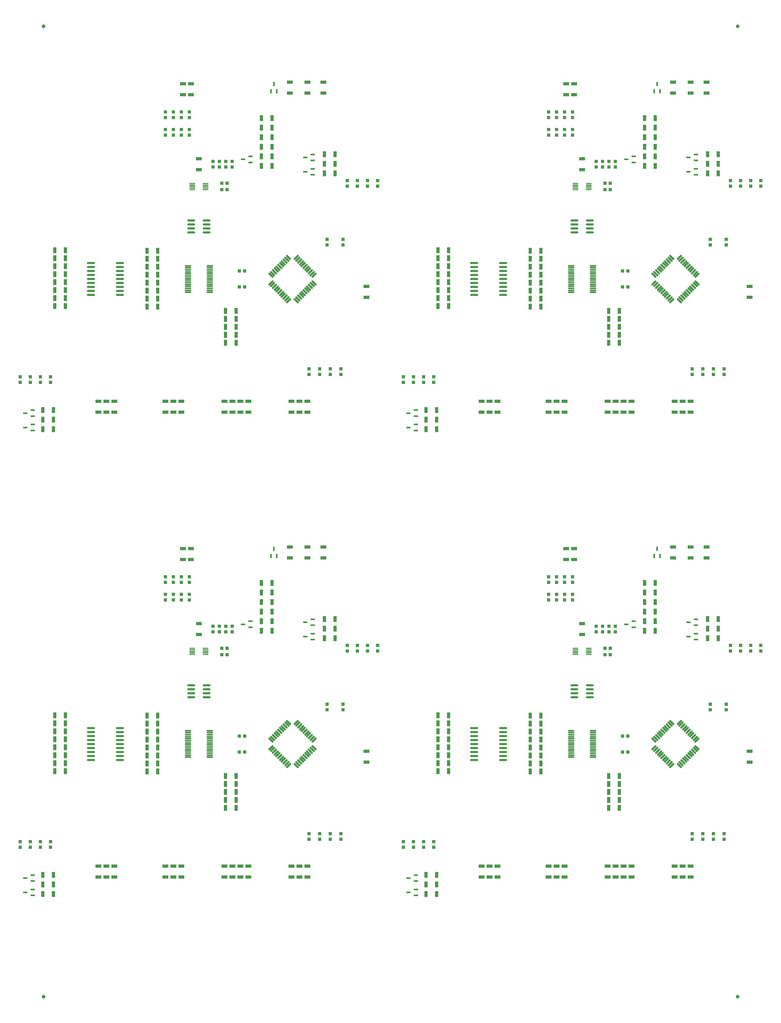
<source format=gbp>
%MOIN*%
%OFA0B0*%
%FSLAX44Y44*%
%IPPOS*%
%LPD*%
%AMOVALD44*
21,1,0.057086614173228349,0.023622047244094488,0,0,315*
1,1,0.023622047244094488,-0.020185039370078744,0.020185039370078744*
1,1,0.023622047244094488,0.020185039370078744,-0.020185039370078744*%
%AMCOMP579*
4,1,3,
-0.028534820894339022,0.011831511102530824,
0.01183151110253081,-0.028534820894339025,
0.028534820894339022,-0.011831511102530824,
-0.01183151110253081,0.028534820894339025,
0*
4,1,19,
-0.020185039370078744,0.031996062992125984,
-0.0165352323499022,0.031417990349942762,
-0.013242693870561343,0.029740358201278908,
-0.010629720538878576,0.027127384869596143,
-0.0089520883902147255,0.023834846390255286,
-0.0083740157480314981,0.020185039370078744,
-0.0089520883902147238,0.0165352323499022,
-0.010629720538878576,0.013242693870561343,
-0.013242693870561343,0.010629720538878576,
-0.016535232349902198,0.0089520883902147255,
-0.020185039370078744,0.0083740157480314981,
-0.02383484639025529,0.0089520883902147255,
-0.027127384869596143,0.010629720538878574,
-0.029740358201278908,0.013242693870561343,
-0.031417990349942762,0.016535232349902198,
-0.031996062992125984,0.020185039370078744,
-0.031417990349942762,0.023834846390255286,
-0.029740358201278908,0.027127384869596139,
-0.027127384869596143,0.029740358201278908,
-0.02383484639025529,0.031417990349942762,
0*
4,1,19,
0.020185039370078744,-0.0083740157480314981,
0.023834846390255286,-0.0089520883902147255,
0.027127384869596143,-0.010629720538878576,
0.029740358201278908,-0.013242693870561343,
0.031417990349942762,-0.016535232349902198,
0.031996062992125984,-0.020185039370078744,
0.031417990349942762,-0.023834846390255286,
0.029740358201278908,-0.027127384869596143,
0.027127384869596143,-0.029740358201278908,
0.02383484639025529,-0.031417990349942762,
0.020185039370078744,-0.031996062992125984,
0.016535232349902194,-0.031417990349942762,
0.013242693870561343,-0.029740358201278908,
0.010629720538878576,-0.027127384869596143,
0.0089520883902147255,-0.02383484639025529,
0.0083740157480314981,-0.020185039370078744,
0.0089520883902147238,-0.0165352323499022,
0.010629720538878574,-0.013242693870561349,
0.013242693870561342,-0.010629720538878576,
0.016535232349902194,-0.0089520883902147255,
0*%
%AMOVALD45*
21,1,0.057086614173228349,0.023622047244094488,0,0,45*
1,1,0.023622047244094488,-0.020185039370078744,-0.020185039370078744*
1,1,0.023622047244094488,0.020185039370078744,0.020185039370078744*%
%AMCOMP580*
4,1,3,
-0.011831511102530817,-0.028534820894339025,
0.028534820894339022,0.011831511102530815,
0.011831511102530817,0.028534820894339025,
-0.028534820894339022,-0.011831511102530815,
0*
4,1,19,
-0.020185039370078744,-0.0083740157480314981,
-0.0165352323499022,-0.0089520883902147255,
-0.013242693870561343,-0.010629720538878576,
-0.010629720538878576,-0.013242693870561343,
-0.0089520883902147255,-0.016535232349902198,
-0.0083740157480314981,-0.020185039370078744,
-0.0089520883902147238,-0.023834846390255286,
-0.010629720538878576,-0.027127384869596143,
-0.013242693870561343,-0.029740358201278908,
-0.016535232349902198,-0.031417990349942762,
-0.020185039370078744,-0.031996062992125984,
-0.02383484639025529,-0.031417990349942762,
-0.027127384869596143,-0.029740358201278908,
-0.029740358201278908,-0.027127384869596143,
-0.031417990349942762,-0.02383484639025529,
-0.031996062992125984,-0.020185039370078744,
-0.031417990349942762,-0.0165352323499022,
-0.029740358201278908,-0.013242693870561349,
-0.027127384869596143,-0.010629720538878576,
-0.02383484639025529,-0.0089520883902147255,
0*
4,1,19,
0.020185039370078744,0.031996062992125984,
0.023834846390255286,0.031417990349942762,
0.027127384869596143,0.029740358201278908,
0.029740358201278908,0.027127384869596143,
0.031417990349942762,0.023834846390255286,
0.031996062992125984,0.020185039370078744,
0.031417990349942762,0.0165352323499022,
0.029740358201278908,0.013242693870561343,
0.027127384869596143,0.010629720538878576,
0.02383484639025529,0.0089520883902147255,
0.020185039370078744,0.0083740157480314981,
0.016535232349902194,0.0089520883902147255,
0.013242693870561343,0.010629720538878574,
0.010629720538878576,0.013242693870561343,
0.0089520883902147255,0.016535232349902198,
0.0083740157480314981,0.020185039370078744,
0.0089520883902147238,0.023834846390255286,
0.010629720538878574,0.027127384869596139,
0.013242693870561342,0.029740358201278908,
0.016535232349902194,0.031417990349942762,
0*%
%AMOVALD440*
21,1,0.057086614173228349,0.023622047244094488,0,0,315*
1,1,0.023622047244094488,-0.020185039370078744,0.020185039370078744*
1,1,0.023622047244094488,0.020185039370078744,-0.020185039370078744*%
%AMCOMP5850*
4,1,3,
-0.028534820894339022,0.011831511102530824,
0.01183151110253081,-0.028534820894339025,
0.028534820894339022,-0.011831511102530824,
-0.01183151110253081,0.028534820894339025,
0*
4,1,19,
-0.020185039370078744,0.031996062992125984,
-0.0165352323499022,0.031417990349942762,
-0.013242693870561343,0.029740358201278908,
-0.010629720538878576,0.027127384869596143,
-0.0089520883902147255,0.023834846390255286,
-0.0083740157480314981,0.020185039370078744,
-0.0089520883902147238,0.0165352323499022,
-0.010629720538878576,0.013242693870561343,
-0.013242693870561343,0.010629720538878576,
-0.016535232349902198,0.0089520883902147255,
-0.020185039370078744,0.0083740157480314981,
-0.02383484639025529,0.0089520883902147255,
-0.027127384869596143,0.010629720538878574,
-0.029740358201278908,0.013242693870561343,
-0.031417990349942762,0.016535232349902198,
-0.031996062992125984,0.020185039370078744,
-0.031417990349942762,0.023834846390255286,
-0.029740358201278908,0.027127384869596139,
-0.027127384869596143,0.029740358201278908,
-0.02383484639025529,0.031417990349942762,
0*
4,1,19,
0.020185039370078744,-0.0083740157480314981,
0.023834846390255286,-0.0089520883902147255,
0.027127384869596143,-0.010629720538878576,
0.029740358201278908,-0.013242693870561343,
0.031417990349942762,-0.016535232349902198,
0.031996062992125984,-0.020185039370078744,
0.031417990349942762,-0.023834846390255286,
0.029740358201278908,-0.027127384869596143,
0.027127384869596143,-0.029740358201278908,
0.02383484639025529,-0.031417990349942762,
0.020185039370078744,-0.031996062992125984,
0.016535232349902194,-0.031417990349942762,
0.013242693870561343,-0.029740358201278908,
0.010629720538878576,-0.027127384869596143,
0.0089520883902147255,-0.02383484639025529,
0.0083740157480314981,-0.020185039370078744,
0.0089520883902147238,-0.0165352323499022,
0.010629720538878574,-0.013242693870561349,
0.013242693870561342,-0.010629720538878576,
0.016535232349902194,-0.0089520883902147255,
0*%
%AMOVALD450*
21,1,0.057086614173228349,0.023622047244094488,0,0,45*
1,1,0.023622047244094488,-0.020185039370078744,-0.020185039370078744*
1,1,0.023622047244094488,0.020185039370078744,0.020185039370078744*%
%AMCOMP5860*
4,1,3,
-0.011831511102530817,-0.028534820894339025,
0.028534820894339022,0.011831511102530815,
0.011831511102530817,0.028534820894339025,
-0.028534820894339022,-0.011831511102530815,
0*
4,1,19,
-0.020185039370078744,-0.0083740157480314981,
-0.0165352323499022,-0.0089520883902147255,
-0.013242693870561343,-0.010629720538878576,
-0.010629720538878576,-0.013242693870561343,
-0.0089520883902147255,-0.016535232349902198,
-0.0083740157480314981,-0.020185039370078744,
-0.0089520883902147238,-0.023834846390255286,
-0.010629720538878576,-0.027127384869596143,
-0.013242693870561343,-0.029740358201278908,
-0.016535232349902198,-0.031417990349942762,
-0.020185039370078744,-0.031996062992125984,
-0.02383484639025529,-0.031417990349942762,
-0.027127384869596143,-0.029740358201278908,
-0.029740358201278908,-0.027127384869596143,
-0.031417990349942762,-0.02383484639025529,
-0.031996062992125984,-0.020185039370078744,
-0.031417990349942762,-0.0165352323499022,
-0.029740358201278908,-0.013242693870561349,
-0.027127384869596143,-0.010629720538878576,
-0.02383484639025529,-0.0089520883902147255,
0*
4,1,19,
0.020185039370078744,0.031996062992125984,
0.023834846390255286,0.031417990349942762,
0.027127384869596143,0.029740358201278908,
0.029740358201278908,0.027127384869596143,
0.031417990349942762,0.023834846390255286,
0.031996062992125984,0.020185039370078744,
0.031417990349942762,0.0165352323499022,
0.029740358201278908,0.013242693870561343,
0.027127384869596143,0.010629720538878576,
0.02383484639025529,0.0089520883902147255,
0.020185039370078744,0.0083740157480314981,
0.016535232349902194,0.0089520883902147255,
0.013242693870561343,0.010629720538878574,
0.010629720538878576,0.013242693870561343,
0.0089520883902147255,0.016535232349902198,
0.0083740157480314981,0.020185039370078744,
0.0089520883902147238,0.023834846390255286,
0.010629720538878574,0.027127384869596139,
0.013242693870561342,0.029740358201278908,
0.016535232349902194,0.031417990349942762,
0*%
%AMOVALD441*
21,1,0.057086614173228349,0.023622047244094488,0,0,315*
1,1,0.023622047244094488,-0.020185039370078744,0.020185039370078744*
1,1,0.023622047244094488,0.020185039370078744,-0.020185039370078744*%
%AMCOMP5910*
4,1,3,
-0.028534820894339022,0.011831511102530824,
0.01183151110253081,-0.028534820894339025,
0.028534820894339022,-0.011831511102530824,
-0.01183151110253081,0.028534820894339025,
0*
4,1,19,
-0.020185039370078744,0.031996062992125984,
-0.0165352323499022,0.031417990349942762,
-0.013242693870561343,0.029740358201278908,
-0.010629720538878576,0.027127384869596143,
-0.0089520883902147255,0.023834846390255286,
-0.0083740157480314981,0.020185039370078744,
-0.0089520883902147238,0.0165352323499022,
-0.010629720538878576,0.013242693870561343,
-0.013242693870561343,0.010629720538878576,
-0.016535232349902198,0.0089520883902147255,
-0.020185039370078744,0.0083740157480314981,
-0.02383484639025529,0.0089520883902147255,
-0.027127384869596143,0.010629720538878574,
-0.029740358201278908,0.013242693870561343,
-0.031417990349942762,0.016535232349902198,
-0.031996062992125984,0.020185039370078744,
-0.031417990349942762,0.023834846390255286,
-0.029740358201278908,0.027127384869596139,
-0.027127384869596143,0.029740358201278908,
-0.02383484639025529,0.031417990349942762,
0*
4,1,19,
0.020185039370078744,-0.0083740157480314981,
0.023834846390255286,-0.0089520883902147255,
0.027127384869596143,-0.010629720538878576,
0.029740358201278908,-0.013242693870561343,
0.031417990349942762,-0.016535232349902198,
0.031996062992125984,-0.020185039370078744,
0.031417990349942762,-0.023834846390255286,
0.029740358201278908,-0.027127384869596143,
0.027127384869596143,-0.029740358201278908,
0.02383484639025529,-0.031417990349942762,
0.020185039370078744,-0.031996062992125984,
0.016535232349902194,-0.031417990349942762,
0.013242693870561343,-0.029740358201278908,
0.010629720538878576,-0.027127384869596143,
0.0089520883902147255,-0.02383484639025529,
0.0083740157480314981,-0.020185039370078744,
0.0089520883902147238,-0.0165352323499022,
0.010629720538878574,-0.013242693870561349,
0.013242693870561342,-0.010629720538878576,
0.016535232349902194,-0.0089520883902147255,
0*%
%AMOVALD451*
21,1,0.057086614173228349,0.023622047244094488,0,0,45*
1,1,0.023622047244094488,-0.020185039370078744,-0.020185039370078744*
1,1,0.023622047244094488,0.020185039370078744,0.020185039370078744*%
%AMCOMP5920*
4,1,3,
-0.011831511102530817,-0.028534820894339025,
0.028534820894339022,0.011831511102530815,
0.011831511102530817,0.028534820894339025,
-0.028534820894339022,-0.011831511102530815,
0*
4,1,19,
-0.020185039370078744,-0.0083740157480314981,
-0.0165352323499022,-0.0089520883902147255,
-0.013242693870561343,-0.010629720538878576,
-0.010629720538878576,-0.013242693870561343,
-0.0089520883902147255,-0.016535232349902198,
-0.0083740157480314981,-0.020185039370078744,
-0.0089520883902147238,-0.023834846390255286,
-0.010629720538878576,-0.027127384869596143,
-0.013242693870561343,-0.029740358201278908,
-0.016535232349902198,-0.031417990349942762,
-0.020185039370078744,-0.031996062992125984,
-0.02383484639025529,-0.031417990349942762,
-0.027127384869596143,-0.029740358201278908,
-0.029740358201278908,-0.027127384869596143,
-0.031417990349942762,-0.02383484639025529,
-0.031996062992125984,-0.020185039370078744,
-0.031417990349942762,-0.0165352323499022,
-0.029740358201278908,-0.013242693870561349,
-0.027127384869596143,-0.010629720538878576,
-0.02383484639025529,-0.0089520883902147255,
0*
4,1,19,
0.020185039370078744,0.031996062992125984,
0.023834846390255286,0.031417990349942762,
0.027127384869596143,0.029740358201278908,
0.029740358201278908,0.027127384869596143,
0.031417990349942762,0.023834846390255286,
0.031996062992125984,0.020185039370078744,
0.031417990349942762,0.0165352323499022,
0.029740358201278908,0.013242693870561343,
0.027127384869596143,0.010629720538878576,
0.02383484639025529,0.0089520883902147255,
0.020185039370078744,0.0083740157480314981,
0.016535232349902194,0.0089520883902147255,
0.013242693870561343,0.010629720538878574,
0.010629720538878576,0.013242693870561343,
0.0089520883902147255,0.016535232349902198,
0.0083740157480314981,0.020185039370078744,
0.0089520883902147238,0.023834846390255286,
0.010629720538878574,0.027127384869596139,
0.013242693870561342,0.029740358201278908,
0.016535232349902194,0.031417990349942762,
0*%
%AMOVALD440*
21,1,0.057086614173228349,0.023622047244094488,0,0,315*
1,1,0.023622047244094488,-0.020185039370078744,0.020185039370078744*
1,1,0.023622047244094488,0.020185039370078744,-0.020185039370078744*%
%AMCOMP5970*
4,1,3,
-0.028534820894339022,0.011831511102530824,
0.01183151110253081,-0.028534820894339025,
0.028534820894339022,-0.011831511102530824,
-0.01183151110253081,0.028534820894339025,
0*
4,1,19,
-0.020185039370078744,0.031996062992125984,
-0.0165352323499022,0.031417990349942762,
-0.013242693870561343,0.029740358201278908,
-0.010629720538878576,0.027127384869596143,
-0.0089520883902147255,0.023834846390255286,
-0.0083740157480314981,0.020185039370078744,
-0.0089520883902147238,0.0165352323499022,
-0.010629720538878576,0.013242693870561343,
-0.013242693870561343,0.010629720538878576,
-0.016535232349902198,0.0089520883902147255,
-0.020185039370078744,0.0083740157480314981,
-0.02383484639025529,0.0089520883902147255,
-0.027127384869596143,0.010629720538878574,
-0.029740358201278908,0.013242693870561343,
-0.031417990349942762,0.016535232349902198,
-0.031996062992125984,0.020185039370078744,
-0.031417990349942762,0.023834846390255286,
-0.029740358201278908,0.027127384869596139,
-0.027127384869596143,0.029740358201278908,
-0.02383484639025529,0.031417990349942762,
0*
4,1,19,
0.020185039370078744,-0.0083740157480314981,
0.023834846390255286,-0.0089520883902147255,
0.027127384869596143,-0.010629720538878576,
0.029740358201278908,-0.013242693870561343,
0.031417990349942762,-0.016535232349902198,
0.031996062992125984,-0.020185039370078744,
0.031417990349942762,-0.023834846390255286,
0.029740358201278908,-0.027127384869596143,
0.027127384869596143,-0.029740358201278908,
0.02383484639025529,-0.031417990349942762,
0.020185039370078744,-0.031996062992125984,
0.016535232349902194,-0.031417990349942762,
0.013242693870561343,-0.029740358201278908,
0.010629720538878576,-0.027127384869596143,
0.0089520883902147255,-0.02383484639025529,
0.0083740157480314981,-0.020185039370078744,
0.0089520883902147238,-0.0165352323499022,
0.010629720538878574,-0.013242693870561349,
0.013242693870561342,-0.010629720538878576,
0.016535232349902194,-0.0089520883902147255,
0*%
%AMOVALD450*
21,1,0.057086614173228349,0.023622047244094488,0,0,45*
1,1,0.023622047244094488,-0.020185039370078744,-0.020185039370078744*
1,1,0.023622047244094488,0.020185039370078744,0.020185039370078744*%
%AMCOMP5980*
4,1,3,
-0.011831511102530817,-0.028534820894339025,
0.028534820894339022,0.011831511102530815,
0.011831511102530817,0.028534820894339025,
-0.028534820894339022,-0.011831511102530815,
0*
4,1,19,
-0.020185039370078744,-0.0083740157480314981,
-0.0165352323499022,-0.0089520883902147255,
-0.013242693870561343,-0.010629720538878576,
-0.010629720538878576,-0.013242693870561343,
-0.0089520883902147255,-0.016535232349902198,
-0.0083740157480314981,-0.020185039370078744,
-0.0089520883902147238,-0.023834846390255286,
-0.010629720538878576,-0.027127384869596143,
-0.013242693870561343,-0.029740358201278908,
-0.016535232349902198,-0.031417990349942762,
-0.020185039370078744,-0.031996062992125984,
-0.02383484639025529,-0.031417990349942762,
-0.027127384869596143,-0.029740358201278908,
-0.029740358201278908,-0.027127384869596143,
-0.031417990349942762,-0.02383484639025529,
-0.031996062992125984,-0.020185039370078744,
-0.031417990349942762,-0.0165352323499022,
-0.029740358201278908,-0.013242693870561349,
-0.027127384869596143,-0.010629720538878576,
-0.02383484639025529,-0.0089520883902147255,
0*
4,1,19,
0.020185039370078744,0.031996062992125984,
0.023834846390255286,0.031417990349942762,
0.027127384869596143,0.029740358201278908,
0.029740358201278908,0.027127384869596143,
0.031417990349942762,0.023834846390255286,
0.031996062992125984,0.020185039370078744,
0.031417990349942762,0.0165352323499022,
0.029740358201278908,0.013242693870561343,
0.027127384869596143,0.010629720538878576,
0.02383484639025529,0.0089520883902147255,
0.020185039370078744,0.0083740157480314981,
0.016535232349902194,0.0089520883902147255,
0.013242693870561343,0.010629720538878574,
0.010629720538878576,0.013242693870561343,
0.0089520883902147255,0.016535232349902198,
0.0083740157480314981,0.020185039370078744,
0.0089520883902147238,0.023834846390255286,
0.010629720538878574,0.027127384869596139,
0.013242693870561342,0.029740358201278908,
0.016535232349902194,0.031417990349942762,
0*%
%ADD43O,0.10236220472440946X0.027559055118110236*%
%AMCOMP609*
4,1,3,
-0.028534820894339022,0.011831511102530824,
0.01183151110253081,-0.028534820894339025,
0.028534820894339022,-0.011831511102530824,
-0.01183151110253081,0.028534820894339025,
0*
4,1,19,
-0.020185039370078744,0.031996062992125984,
-0.0165352323499022,0.031417990349942762,
-0.013242693870561343,0.029740358201278908,
-0.010629720538878576,0.027127384869596143,
-0.0089520883902147255,0.023834846390255286,
-0.0083740157480314981,0.020185039370078744,
-0.0089520883902147238,0.0165352323499022,
-0.010629720538878576,0.013242693870561343,
-0.013242693870561343,0.010629720538878576,
-0.016535232349902198,0.0089520883902147255,
-0.020185039370078744,0.0083740157480314981,
-0.02383484639025529,0.0089520883902147255,
-0.027127384869596143,0.010629720538878574,
-0.029740358201278908,0.013242693870561343,
-0.031417990349942762,0.016535232349902198,
-0.031996062992125984,0.020185039370078744,
-0.031417990349942762,0.023834846390255286,
-0.029740358201278908,0.027127384869596139,
-0.027127384869596143,0.029740358201278908,
-0.02383484639025529,0.031417990349942762,
0*
4,1,19,
0.020185039370078744,-0.0083740157480314981,
0.023834846390255286,-0.0089520883902147255,
0.027127384869596143,-0.010629720538878576,
0.029740358201278908,-0.013242693870561343,
0.031417990349942762,-0.016535232349902198,
0.031996062992125984,-0.020185039370078744,
0.031417990349942762,-0.023834846390255286,
0.029740358201278908,-0.027127384869596143,
0.027127384869596143,-0.029740358201278908,
0.02383484639025529,-0.031417990349942762,
0.020185039370078744,-0.031996062992125984,
0.016535232349902194,-0.031417990349942762,
0.013242693870561343,-0.029740358201278908,
0.010629720538878576,-0.027127384869596143,
0.0089520883902147255,-0.02383484639025529,
0.0083740157480314981,-0.020185039370078744,
0.0089520883902147238,-0.0165352323499022,
0.010629720538878574,-0.013242693870561349,
0.013242693870561342,-0.010629720538878576,
0.016535232349902194,-0.0089520883902147255,
0*%
%ADD44COMP609*%
%AMCOMP610*
4,1,3,
-0.011831511102530817,-0.028534820894339025,
0.028534820894339022,0.011831511102530815,
0.011831511102530817,0.028534820894339025,
-0.028534820894339022,-0.011831511102530815,
0*
4,1,19,
-0.020185039370078744,-0.0083740157480314981,
-0.0165352323499022,-0.0089520883902147255,
-0.013242693870561343,-0.010629720538878576,
-0.010629720538878576,-0.013242693870561343,
-0.0089520883902147255,-0.016535232349902198,
-0.0083740157480314981,-0.020185039370078744,
-0.0089520883902147238,-0.023834846390255286,
-0.010629720538878576,-0.027127384869596143,
-0.013242693870561343,-0.029740358201278908,
-0.016535232349902198,-0.031417990349942762,
-0.020185039370078744,-0.031996062992125984,
-0.02383484639025529,-0.031417990349942762,
-0.027127384869596143,-0.029740358201278908,
-0.029740358201278908,-0.027127384869596143,
-0.031417990349942762,-0.02383484639025529,
-0.031996062992125984,-0.020185039370078744,
-0.031417990349942762,-0.0165352323499022,
-0.029740358201278908,-0.013242693870561349,
-0.027127384869596143,-0.010629720538878576,
-0.02383484639025529,-0.0089520883902147255,
0*
4,1,19,
0.020185039370078744,0.031996062992125984,
0.023834846390255286,0.031417990349942762,
0.027127384869596143,0.029740358201278908,
0.029740358201278908,0.027127384869596143,
0.031417990349942762,0.023834846390255286,
0.031996062992125984,0.020185039370078744,
0.031417990349942762,0.0165352323499022,
0.029740358201278908,0.013242693870561343,
0.027127384869596143,0.010629720538878576,
0.02383484639025529,0.0089520883902147255,
0.020185039370078744,0.0083740157480314981,
0.016535232349902194,0.0089520883902147255,
0.013242693870561343,0.010629720538878574,
0.010629720538878576,0.013242693870561343,
0.0089520883902147255,0.016535232349902198,
0.0083740157480314981,0.020185039370078744,
0.0089520883902147238,0.023834846390255286,
0.010629720538878574,0.027127384869596139,
0.013242693870561342,0.029740358201278908,
0.016535232349902194,0.031417990349942762,
0*%
%ADD45COMP610*%
%ADD46O,0.07874015748031496X0.011811023622047244*%
%ADD47O,0.0984251968503937X0.027559055118110236*%
%ADD48O,0.082677165354330714X0.017716535433070866*%
%ADD49R,0.057086614173228349X0.023622047244094488*%
%ADD50R,0.041338582677165357X0.042519685039370085*%
%ADD51R,0.023622047244094488X0.057086614173228349*%
%ADD52R,0.03937007874015748X0.074803149606299218*%
%ADD53R,0.074803149606299218X0.03937007874015748*%
%ADD54R,0.042519685039370085X0.041338582677165357*%
%ADD65O,0.10236220472440946X0.027559055118110236*%
%AMCOMP611*
4,1,3,
-0.028534820894339022,0.011831511102530824,
0.01183151110253081,-0.028534820894339025,
0.028534820894339022,-0.011831511102530824,
-0.01183151110253081,0.028534820894339025,
0*
4,1,19,
-0.020185039370078744,0.031996062992125984,
-0.0165352323499022,0.031417990349942762,
-0.013242693870561343,0.029740358201278908,
-0.010629720538878576,0.027127384869596143,
-0.0089520883902147255,0.023834846390255286,
-0.0083740157480314981,0.020185039370078744,
-0.0089520883902147238,0.0165352323499022,
-0.010629720538878576,0.013242693870561343,
-0.013242693870561343,0.010629720538878576,
-0.016535232349902198,0.0089520883902147255,
-0.020185039370078744,0.0083740157480314981,
-0.02383484639025529,0.0089520883902147255,
-0.027127384869596143,0.010629720538878574,
-0.029740358201278908,0.013242693870561343,
-0.031417990349942762,0.016535232349902198,
-0.031996062992125984,0.020185039370078744,
-0.031417990349942762,0.023834846390255286,
-0.029740358201278908,0.027127384869596139,
-0.027127384869596143,0.029740358201278908,
-0.02383484639025529,0.031417990349942762,
0*
4,1,19,
0.020185039370078744,-0.0083740157480314981,
0.023834846390255286,-0.0089520883902147255,
0.027127384869596143,-0.010629720538878576,
0.029740358201278908,-0.013242693870561343,
0.031417990349942762,-0.016535232349902198,
0.031996062992125984,-0.020185039370078744,
0.031417990349942762,-0.023834846390255286,
0.029740358201278908,-0.027127384869596143,
0.027127384869596143,-0.029740358201278908,
0.02383484639025529,-0.031417990349942762,
0.020185039370078744,-0.031996062992125984,
0.016535232349902194,-0.031417990349942762,
0.013242693870561343,-0.029740358201278908,
0.010629720538878576,-0.027127384869596143,
0.0089520883902147255,-0.02383484639025529,
0.0083740157480314981,-0.020185039370078744,
0.0089520883902147238,-0.0165352323499022,
0.010629720538878574,-0.013242693870561349,
0.013242693870561342,-0.010629720538878576,
0.016535232349902194,-0.0089520883902147255,
0*%
%ADD66COMP611*%
%AMCOMP612*
4,1,3,
-0.011831511102530817,-0.028534820894339025,
0.028534820894339022,0.011831511102530815,
0.011831511102530817,0.028534820894339025,
-0.028534820894339022,-0.011831511102530815,
0*
4,1,19,
-0.020185039370078744,-0.0083740157480314981,
-0.0165352323499022,-0.0089520883902147255,
-0.013242693870561343,-0.010629720538878576,
-0.010629720538878576,-0.013242693870561343,
-0.0089520883902147255,-0.016535232349902198,
-0.0083740157480314981,-0.020185039370078744,
-0.0089520883902147238,-0.023834846390255286,
-0.010629720538878576,-0.027127384869596143,
-0.013242693870561343,-0.029740358201278908,
-0.016535232349902198,-0.031417990349942762,
-0.020185039370078744,-0.031996062992125984,
-0.02383484639025529,-0.031417990349942762,
-0.027127384869596143,-0.029740358201278908,
-0.029740358201278908,-0.027127384869596143,
-0.031417990349942762,-0.02383484639025529,
-0.031996062992125984,-0.020185039370078744,
-0.031417990349942762,-0.0165352323499022,
-0.029740358201278908,-0.013242693870561349,
-0.027127384869596143,-0.010629720538878576,
-0.02383484639025529,-0.0089520883902147255,
0*
4,1,19,
0.020185039370078744,0.031996062992125984,
0.023834846390255286,0.031417990349942762,
0.027127384869596143,0.029740358201278908,
0.029740358201278908,0.027127384869596143,
0.031417990349942762,0.023834846390255286,
0.031996062992125984,0.020185039370078744,
0.031417990349942762,0.0165352323499022,
0.029740358201278908,0.013242693870561343,
0.027127384869596143,0.010629720538878576,
0.02383484639025529,0.0089520883902147255,
0.020185039370078744,0.0083740157480314981,
0.016535232349902194,0.0089520883902147255,
0.013242693870561343,0.010629720538878574,
0.010629720538878576,0.013242693870561343,
0.0089520883902147255,0.016535232349902198,
0.0083740157480314981,0.020185039370078744,
0.0089520883902147238,0.023834846390255286,
0.010629720538878574,0.027127384869596139,
0.013242693870561342,0.029740358201278908,
0.016535232349902194,0.031417990349942762,
0*%
%ADD67COMP612*%
%ADD68O,0.07874015748031496X0.011811023622047244*%
%ADD69O,0.0984251968503937X0.027559055118110236*%
%ADD70O,0.082677165354330714X0.017716535433070866*%
%ADD71R,0.057086614173228349X0.023622047244094488*%
%ADD72R,0.041338582677165357X0.042519685039370085*%
%ADD73R,0.023622047244094488X0.057086614173228349*%
%ADD74R,0.03937007874015748X0.074803149606299218*%
%ADD75R,0.074803149606299218X0.03937007874015748*%
%ADD76R,0.042519685039370085X0.041338582677165357*%
%ADD77O,0.10236220472440946X0.027559055118110236*%
%AMCOMP613*
4,1,3,
-0.028534820894339022,0.011831511102530824,
0.01183151110253081,-0.028534820894339025,
0.028534820894339022,-0.011831511102530824,
-0.01183151110253081,0.028534820894339025,
0*
4,1,19,
-0.020185039370078744,0.031996062992125984,
-0.0165352323499022,0.031417990349942762,
-0.013242693870561343,0.029740358201278908,
-0.010629720538878576,0.027127384869596143,
-0.0089520883902147255,0.023834846390255286,
-0.0083740157480314981,0.020185039370078744,
-0.0089520883902147238,0.0165352323499022,
-0.010629720538878576,0.013242693870561343,
-0.013242693870561343,0.010629720538878576,
-0.016535232349902198,0.0089520883902147255,
-0.020185039370078744,0.0083740157480314981,
-0.02383484639025529,0.0089520883902147255,
-0.027127384869596143,0.010629720538878574,
-0.029740358201278908,0.013242693870561343,
-0.031417990349942762,0.016535232349902198,
-0.031996062992125984,0.020185039370078744,
-0.031417990349942762,0.023834846390255286,
-0.029740358201278908,0.027127384869596139,
-0.027127384869596143,0.029740358201278908,
-0.02383484639025529,0.031417990349942762,
0*
4,1,19,
0.020185039370078744,-0.0083740157480314981,
0.023834846390255286,-0.0089520883902147255,
0.027127384869596143,-0.010629720538878576,
0.029740358201278908,-0.013242693870561343,
0.031417990349942762,-0.016535232349902198,
0.031996062992125984,-0.020185039370078744,
0.031417990349942762,-0.023834846390255286,
0.029740358201278908,-0.027127384869596143,
0.027127384869596143,-0.029740358201278908,
0.02383484639025529,-0.031417990349942762,
0.020185039370078744,-0.031996062992125984,
0.016535232349902194,-0.031417990349942762,
0.013242693870561343,-0.029740358201278908,
0.010629720538878576,-0.027127384869596143,
0.0089520883902147255,-0.02383484639025529,
0.0083740157480314981,-0.020185039370078744,
0.0089520883902147238,-0.0165352323499022,
0.010629720538878574,-0.013242693870561349,
0.013242693870561342,-0.010629720538878576,
0.016535232349902194,-0.0089520883902147255,
0*%
%ADD78COMP613*%
%AMCOMP614*
4,1,3,
-0.011831511102530817,-0.028534820894339025,
0.028534820894339022,0.011831511102530815,
0.011831511102530817,0.028534820894339025,
-0.028534820894339022,-0.011831511102530815,
0*
4,1,19,
-0.020185039370078744,-0.0083740157480314981,
-0.0165352323499022,-0.0089520883902147255,
-0.013242693870561343,-0.010629720538878576,
-0.010629720538878576,-0.013242693870561343,
-0.0089520883902147255,-0.016535232349902198,
-0.0083740157480314981,-0.020185039370078744,
-0.0089520883902147238,-0.023834846390255286,
-0.010629720538878576,-0.027127384869596143,
-0.013242693870561343,-0.029740358201278908,
-0.016535232349902198,-0.031417990349942762,
-0.020185039370078744,-0.031996062992125984,
-0.02383484639025529,-0.031417990349942762,
-0.027127384869596143,-0.029740358201278908,
-0.029740358201278908,-0.027127384869596143,
-0.031417990349942762,-0.02383484639025529,
-0.031996062992125984,-0.020185039370078744,
-0.031417990349942762,-0.0165352323499022,
-0.029740358201278908,-0.013242693870561349,
-0.027127384869596143,-0.010629720538878576,
-0.02383484639025529,-0.0089520883902147255,
0*
4,1,19,
0.020185039370078744,0.031996062992125984,
0.023834846390255286,0.031417990349942762,
0.027127384869596143,0.029740358201278908,
0.029740358201278908,0.027127384869596143,
0.031417990349942762,0.023834846390255286,
0.031996062992125984,0.020185039370078744,
0.031417990349942762,0.0165352323499022,
0.029740358201278908,0.013242693870561343,
0.027127384869596143,0.010629720538878576,
0.02383484639025529,0.0089520883902147255,
0.020185039370078744,0.0083740157480314981,
0.016535232349902194,0.0089520883902147255,
0.013242693870561343,0.010629720538878574,
0.010629720538878576,0.013242693870561343,
0.0089520883902147255,0.016535232349902198,
0.0083740157480314981,0.020185039370078744,
0.0089520883902147238,0.023834846390255286,
0.010629720538878574,0.027127384869596139,
0.013242693870561342,0.029740358201278908,
0.016535232349902194,0.031417990349942762,
0*%
%ADD79COMP614*%
%ADD80O,0.07874015748031496X0.011811023622047244*%
%ADD81O,0.0984251968503937X0.027559055118110236*%
%ADD82O,0.082677165354330714X0.017716535433070866*%
%ADD83R,0.057086614173228349X0.023622047244094488*%
%ADD84R,0.041338582677165357X0.042519685039370085*%
%ADD85R,0.023622047244094488X0.057086614173228349*%
%ADD86R,0.03937007874015748X0.074803149606299218*%
%ADD87R,0.074803149606299218X0.03937007874015748*%
%ADD88R,0.042519685039370085X0.041338582677165357*%
%ADD89O,0.10236220472440946X0.027559055118110236*%
%AMCOMP615*
4,1,3,
-0.028534820894339022,0.011831511102530824,
0.01183151110253081,-0.028534820894339025,
0.028534820894339022,-0.011831511102530824,
-0.01183151110253081,0.028534820894339025,
0*
4,1,19,
-0.020185039370078744,0.031996062992125984,
-0.0165352323499022,0.031417990349942762,
-0.013242693870561343,0.029740358201278908,
-0.010629720538878576,0.027127384869596143,
-0.0089520883902147255,0.023834846390255286,
-0.0083740157480314981,0.020185039370078744,
-0.0089520883902147238,0.0165352323499022,
-0.010629720538878576,0.013242693870561343,
-0.013242693870561343,0.010629720538878576,
-0.016535232349902198,0.0089520883902147255,
-0.020185039370078744,0.0083740157480314981,
-0.02383484639025529,0.0089520883902147255,
-0.027127384869596143,0.010629720538878574,
-0.029740358201278908,0.013242693870561343,
-0.031417990349942762,0.016535232349902198,
-0.031996062992125984,0.020185039370078744,
-0.031417990349942762,0.023834846390255286,
-0.029740358201278908,0.027127384869596139,
-0.027127384869596143,0.029740358201278908,
-0.02383484639025529,0.031417990349942762,
0*
4,1,19,
0.020185039370078744,-0.0083740157480314981,
0.023834846390255286,-0.0089520883902147255,
0.027127384869596143,-0.010629720538878576,
0.029740358201278908,-0.013242693870561343,
0.031417990349942762,-0.016535232349902198,
0.031996062992125984,-0.020185039370078744,
0.031417990349942762,-0.023834846390255286,
0.029740358201278908,-0.027127384869596143,
0.027127384869596143,-0.029740358201278908,
0.02383484639025529,-0.031417990349942762,
0.020185039370078744,-0.031996062992125984,
0.016535232349902194,-0.031417990349942762,
0.013242693870561343,-0.029740358201278908,
0.010629720538878576,-0.027127384869596143,
0.0089520883902147255,-0.02383484639025529,
0.0083740157480314981,-0.020185039370078744,
0.0089520883902147238,-0.0165352323499022,
0.010629720538878574,-0.013242693870561349,
0.013242693870561342,-0.010629720538878576,
0.016535232349902194,-0.0089520883902147255,
0*%
%ADD90COMP615*%
%AMCOMP616*
4,1,3,
-0.011831511102530817,-0.028534820894339025,
0.028534820894339022,0.011831511102530815,
0.011831511102530817,0.028534820894339025,
-0.028534820894339022,-0.011831511102530815,
0*
4,1,19,
-0.020185039370078744,-0.0083740157480314981,
-0.0165352323499022,-0.0089520883902147255,
-0.013242693870561343,-0.010629720538878576,
-0.010629720538878576,-0.013242693870561343,
-0.0089520883902147255,-0.016535232349902198,
-0.0083740157480314981,-0.020185039370078744,
-0.0089520883902147238,-0.023834846390255286,
-0.010629720538878576,-0.027127384869596143,
-0.013242693870561343,-0.029740358201278908,
-0.016535232349902198,-0.031417990349942762,
-0.020185039370078744,-0.031996062992125984,
-0.02383484639025529,-0.031417990349942762,
-0.027127384869596143,-0.029740358201278908,
-0.029740358201278908,-0.027127384869596143,
-0.031417990349942762,-0.02383484639025529,
-0.031996062992125984,-0.020185039370078744,
-0.031417990349942762,-0.0165352323499022,
-0.029740358201278908,-0.013242693870561349,
-0.027127384869596143,-0.010629720538878576,
-0.02383484639025529,-0.0089520883902147255,
0*
4,1,19,
0.020185039370078744,0.031996062992125984,
0.023834846390255286,0.031417990349942762,
0.027127384869596143,0.029740358201278908,
0.029740358201278908,0.027127384869596143,
0.031417990349942762,0.023834846390255286,
0.031996062992125984,0.020185039370078744,
0.031417990349942762,0.0165352323499022,
0.029740358201278908,0.013242693870561343,
0.027127384869596143,0.010629720538878576,
0.02383484639025529,0.0089520883902147255,
0.020185039370078744,0.0083740157480314981,
0.016535232349902194,0.0089520883902147255,
0.013242693870561343,0.010629720538878574,
0.010629720538878576,0.013242693870561343,
0.0089520883902147255,0.016535232349902198,
0.0083740157480314981,0.020185039370078744,
0.0089520883902147238,0.023834846390255286,
0.010629720538878574,0.027127384869596139,
0.013242693870561342,0.029740358201278908,
0.016535232349902194,0.031417990349942762,
0*%
%ADD91COMP616*%
%ADD92O,0.07874015748031496X0.011811023622047244*%
%ADD93O,0.0984251968503937X0.027559055118110236*%
%ADD94O,0.082677165354330714X0.017716535433070866*%
%ADD95R,0.057086614173228349X0.023622047244094488*%
%ADD96R,0.041338582677165357X0.042519685039370085*%
%ADD97R,0.023622047244094488X0.057086614173228349*%
%ADD98R,0.03937007874015748X0.074803149606299218*%
%ADD99R,0.074803149606299218X0.03937007874015748*%
%ADD100R,0.042519685039370085X0.041338582677165357*%
%ADD101C,0.047244094488188976*%
%ADD102C,0.047244094488188976*%
G01*
G75*
D43*
X00009901Y00031661D02*
D03*
X00009901Y00032161D02*
D03*
X00009901Y00032661D02*
D03*
X00009901Y00033161D02*
D03*
X00009901Y00033661D02*
D03*
X00009901Y00034161D02*
D03*
X00009901Y00034661D02*
D03*
X00009901Y00035161D02*
D03*
X00009901Y00035661D02*
D03*
X00013523Y00031661D02*
D03*
X00013523Y00032161D02*
D03*
X00013523Y00032661D02*
D03*
X00013523Y00033161D02*
D03*
X00013523Y00033661D02*
D03*
X00013523Y00034161D02*
D03*
X00013523Y00034661D02*
D03*
X00013523Y00035161D02*
D03*
X00013523Y00035661D02*
D03*
D44*
X00032437Y00034134D02*
D03*
X00032660Y00034357D02*
D03*
X00032882Y00034580D02*
D03*
X00033105Y00034802D02*
D03*
X00033328Y00035025D02*
D03*
X00033550Y00035248D02*
D03*
X00033773Y00035470D02*
D03*
X00033996Y00035693D02*
D03*
X00034219Y00035916D02*
D03*
X00034441Y00036139D02*
D03*
X00034664Y00036361D02*
D03*
X00037838Y00033188D02*
D03*
X00037615Y00032965D02*
D03*
X00037392Y00032742D02*
D03*
X00037170Y00032520D02*
D03*
X00036947Y00032297D02*
D03*
X00036724Y00032074D02*
D03*
X00036501Y00031851D02*
D03*
X00036279Y00031629D02*
D03*
X00036056Y00031406D02*
D03*
X00035833Y00031183D02*
D03*
X00035611Y00030961D02*
D03*
D45*
X00035611Y00036361D02*
D03*
X00035833Y00036139D02*
D03*
X00036056Y00035916D02*
D03*
X00036279Y00035693D02*
D03*
X00036501Y00035470D02*
D03*
X00036724Y00035248D02*
D03*
X00036947Y00035025D02*
D03*
X00037170Y00034802D02*
D03*
X00037392Y00034580D02*
D03*
X00037615Y00034357D02*
D03*
X00037838Y00034134D02*
D03*
X00034664Y00030961D02*
D03*
X00034441Y00031183D02*
D03*
X00034219Y00031406D02*
D03*
X00033996Y00031629D02*
D03*
X00033773Y00031851D02*
D03*
X00033550Y00032074D02*
D03*
X00033328Y00032297D02*
D03*
X00033105Y00032520D02*
D03*
X00032882Y00032742D02*
D03*
X00032660Y00032965D02*
D03*
X00032437Y00033188D02*
D03*
D46*
X00022598Y00044867D02*
D03*
X00022598Y00045064D02*
D03*
X00022598Y00045261D02*
D03*
X00022598Y00045458D02*
D03*
X00022598Y00045655D02*
D03*
X00024251Y00044867D02*
D03*
X00024251Y00045064D02*
D03*
X00024251Y00045261D02*
D03*
X00024251Y00045458D02*
D03*
X00024251Y00045655D02*
D03*
D47*
X00024389Y00041011D02*
D03*
X00024389Y00040511D02*
D03*
X00024389Y00040011D02*
D03*
X00024389Y00039511D02*
D03*
X00022460Y00041011D02*
D03*
X00022460Y00040511D02*
D03*
X00022460Y00040011D02*
D03*
X00022460Y00039511D02*
D03*
D48*
X00024783Y00035324D02*
D03*
X00024783Y00035068D02*
D03*
X00024783Y00034812D02*
D03*
X00024783Y00034557D02*
D03*
X00024783Y00034301D02*
D03*
X00024783Y00034045D02*
D03*
X00024783Y00033789D02*
D03*
X00024783Y00033533D02*
D03*
X00024783Y00033277D02*
D03*
X00024783Y00033021D02*
D03*
X00024783Y00032765D02*
D03*
X00024783Y00032509D02*
D03*
X00024783Y00032253D02*
D03*
X00024783Y00031998D02*
D03*
X00022066Y00035324D02*
D03*
X00022066Y00035068D02*
D03*
X00022066Y00034812D02*
D03*
X00022066Y00034557D02*
D03*
X00022066Y00034301D02*
D03*
X00022066Y00034045D02*
D03*
X00022066Y00033789D02*
D03*
X00022066Y00033533D02*
D03*
X00022066Y00033277D02*
D03*
X00022066Y00033021D02*
D03*
X00022066Y00032765D02*
D03*
X00022066Y00032509D02*
D03*
X00022066Y00032253D02*
D03*
X00022066Y00031998D02*
D03*
D49*
X00029887Y00049035D02*
D03*
X00029887Y00048287D02*
D03*
X00028962Y00048661D02*
D03*
X00002574Y00017228D02*
D03*
X00002574Y00016480D02*
D03*
X00001648Y00016854D02*
D03*
X00002574Y00015428D02*
D03*
X00002574Y00014680D02*
D03*
X00001648Y00015054D02*
D03*
X00037673Y00049288D02*
D03*
X00037673Y00048540D02*
D03*
X00036748Y00048914D02*
D03*
X00037673Y00047488D02*
D03*
X00037673Y00046740D02*
D03*
X00036748Y00047114D02*
D03*
D50*
X00042025Y00045320D02*
D03*
X00042025Y00046001D02*
D03*
X00027583Y00048408D02*
D03*
X00027583Y00047727D02*
D03*
X00026783Y00048408D02*
D03*
X00026783Y00047727D02*
D03*
X00025983Y00048408D02*
D03*
X00025983Y00047727D02*
D03*
X00025183Y00048408D02*
D03*
X00025183Y00047727D02*
D03*
X00022225Y00052401D02*
D03*
X00022225Y00051720D02*
D03*
X00021225Y00052401D02*
D03*
X00021225Y00051720D02*
D03*
X00020225Y00052401D02*
D03*
X00020225Y00051720D02*
D03*
X00019225Y00052401D02*
D03*
X00019225Y00051720D02*
D03*
X00022225Y00053920D02*
D03*
X00022225Y00054601D02*
D03*
X00021225Y00053920D02*
D03*
X00021225Y00054601D02*
D03*
X00020225Y00053920D02*
D03*
X00020225Y00054601D02*
D03*
X00019225Y00053920D02*
D03*
X00019225Y00054601D02*
D03*
X00037225Y00022401D02*
D03*
X00037225Y00021720D02*
D03*
X00038558Y00022401D02*
D03*
X00038558Y00021720D02*
D03*
X00039891Y00022401D02*
D03*
X00039891Y00021720D02*
D03*
X00041225Y00022401D02*
D03*
X00041225Y00021720D02*
D03*
X00039493Y00038631D02*
D03*
X00039493Y00037950D02*
D03*
X00041493Y00038631D02*
D03*
X00041493Y00037950D02*
D03*
X00001025Y00020720D02*
D03*
X00001025Y00021401D02*
D03*
X00002291Y00020720D02*
D03*
X00002291Y00021401D02*
D03*
X00003558Y00021401D02*
D03*
X00003558Y00020720D02*
D03*
X00004825Y00021401D02*
D03*
X00004825Y00020720D02*
D03*
X00045825Y00045320D02*
D03*
X00045825Y00046001D02*
D03*
X00044558Y00045320D02*
D03*
X00044558Y00046001D02*
D03*
X00043291Y00045320D02*
D03*
X00043291Y00046001D02*
D03*
D51*
X00033199Y00057198D02*
D03*
X00032451Y00057198D02*
D03*
X00032825Y00058124D02*
D03*
D52*
X00003842Y00014854D02*
D03*
X00005180Y00014854D02*
D03*
X00039141Y00046914D02*
D03*
X00040480Y00046914D02*
D03*
X00003842Y00016054D02*
D03*
X00005180Y00016054D02*
D03*
X00039141Y00048114D02*
D03*
X00040480Y00048114D02*
D03*
X00003842Y00017254D02*
D03*
X00005180Y00017254D02*
D03*
X00039141Y00049314D02*
D03*
X00040480Y00049314D02*
D03*
X00018254Y00037212D02*
D03*
X00016915Y00037212D02*
D03*
X00006694Y00037261D02*
D03*
X00005355Y00037261D02*
D03*
X00018254Y00036212D02*
D03*
X00016915Y00036212D02*
D03*
X00006694Y00036261D02*
D03*
X00005355Y00036261D02*
D03*
X00018254Y00035212D02*
D03*
X00016915Y00035212D02*
D03*
X00006694Y00035261D02*
D03*
X00005355Y00035261D02*
D03*
X00018254Y00034212D02*
D03*
X00016915Y00034212D02*
D03*
X00006694Y00034261D02*
D03*
X00005355Y00034261D02*
D03*
X00018254Y00033212D02*
D03*
X00016915Y00033212D02*
D03*
X00006694Y00033261D02*
D03*
X00005355Y00033261D02*
D03*
X00018254Y00032212D02*
D03*
X00016915Y00032212D02*
D03*
X00006694Y00032261D02*
D03*
X00005355Y00032261D02*
D03*
X00018254Y00031212D02*
D03*
X00016915Y00031212D02*
D03*
X00006694Y00031261D02*
D03*
X00005355Y00031261D02*
D03*
X00018254Y00030212D02*
D03*
X00016915Y00030212D02*
D03*
X00006694Y00030261D02*
D03*
X00005355Y00030261D02*
D03*
X00026755Y00026661D02*
D03*
X00028094Y00026661D02*
D03*
X00026755Y00025661D02*
D03*
X00028094Y00025661D02*
D03*
X00028094Y00027661D02*
D03*
X00026755Y00027661D02*
D03*
X00028094Y00028661D02*
D03*
X00026755Y00028661D02*
D03*
X00028094Y00029661D02*
D03*
X00026755Y00029661D02*
D03*
X00031247Y00051453D02*
D03*
X00032586Y00051453D02*
D03*
X00032586Y00052653D02*
D03*
X00031247Y00052653D02*
D03*
X00031247Y00053853D02*
D03*
X00032586Y00053853D02*
D03*
X00032586Y00047853D02*
D03*
X00031247Y00047853D02*
D03*
X00031247Y00049053D02*
D03*
X00032586Y00049053D02*
D03*
X00031247Y00050253D02*
D03*
X00032586Y00050253D02*
D03*
D53*
X00034825Y00056992D02*
D03*
X00034825Y00058330D02*
D03*
X00022425Y00058130D02*
D03*
X00022425Y00056792D02*
D03*
X00012825Y00016992D02*
D03*
X00012825Y00018330D02*
D03*
X00044425Y00031392D02*
D03*
X00044425Y00032730D02*
D03*
X00010825Y00016992D02*
D03*
X00010825Y00018330D02*
D03*
X00037025Y00058330D02*
D03*
X00037025Y00056992D02*
D03*
X00011825Y00016992D02*
D03*
X00011825Y00018330D02*
D03*
X00039025Y00058330D02*
D03*
X00039025Y00056992D02*
D03*
X00029625Y00016992D02*
D03*
X00029625Y00018330D02*
D03*
X00028625Y00016992D02*
D03*
X00028625Y00018330D02*
D03*
X00021225Y00016992D02*
D03*
X00021225Y00018330D02*
D03*
X00020225Y00016992D02*
D03*
X00020225Y00018330D02*
D03*
X00019225Y00016992D02*
D03*
X00019225Y00018330D02*
D03*
X00035025Y00018330D02*
D03*
X00035025Y00016992D02*
D03*
X00023425Y00048730D02*
D03*
X00023425Y00047392D02*
D03*
X00026625Y00016992D02*
D03*
X00026625Y00018330D02*
D03*
X00036025Y00018330D02*
D03*
X00036025Y00016992D02*
D03*
X00027625Y00016992D02*
D03*
X00027625Y00018330D02*
D03*
X00021425Y00058130D02*
D03*
X00021425Y00056792D02*
D03*
X00037025Y00016992D02*
D03*
X00037025Y00018330D02*
D03*
D54*
X00028484Y00034661D02*
D03*
X00029165Y00034661D02*
D03*
X00028484Y00032661D02*
D03*
X00029165Y00032661D02*
D03*
X00026965Y00045661D02*
D03*
X00026284Y00045661D02*
D03*
X00026284Y00044861D02*
D03*
X00026965Y00044861D02*
D03*
G04 next file*
G04 Layer_Color=128*
G04 skipping 71
G01*
G75*
G04:AMPARAMS|DCode=44|XSize=0.6mm|YSize=2.05mm|CornerRadius=0mm|HoleSize=0mm|Usage=FLASHONLY|Rotation=225.000|XOffset=0mm|YOffset=0mm|HoleType=Round|Shape=Round|*
G04:AMPARAMS|DCode=45|XSize=0.6mm|YSize=2.05mm|CornerRadius=0mm|HoleSize=0mm|Usage=FLASHONLY|Rotation=315.000|XOffset=0mm|YOffset=0mm|HoleType=Round|Shape=Round|*
D65*
X00009901Y00089929D02*
D03*
X00009901Y00090429D02*
D03*
X00009901Y00090929D02*
D03*
X00009901Y00091429D02*
D03*
X00009901Y00091929D02*
D03*
X00009901Y00092429D02*
D03*
X00009901Y00092929D02*
D03*
X00009901Y00093429D02*
D03*
X00009901Y00093929D02*
D03*
X00013523Y00089929D02*
D03*
X00013523Y00090429D02*
D03*
X00013523Y00090929D02*
D03*
X00013523Y00091429D02*
D03*
X00013523Y00091929D02*
D03*
X00013523Y00092429D02*
D03*
X00013523Y00092929D02*
D03*
X00013523Y00093429D02*
D03*
X00013523Y00093929D02*
D03*
D66*
X00032437Y00092402D02*
D03*
X00032660Y00092625D02*
D03*
X00032882Y00092847D02*
D03*
X00033105Y00093070D02*
D03*
X00033328Y00093293D02*
D03*
X00033550Y00093515D02*
D03*
X00033773Y00093738D02*
D03*
X00033996Y00093961D02*
D03*
X00034219Y00094184D02*
D03*
X00034441Y00094406D02*
D03*
X00034664Y00094629D02*
D03*
X00037838Y00091455D02*
D03*
X00037615Y00091233D02*
D03*
X00037392Y00091010D02*
D03*
X00037170Y00090787D02*
D03*
X00036947Y00090565D02*
D03*
X00036724Y00090342D02*
D03*
X00036501Y00090119D02*
D03*
X00036279Y00089896D02*
D03*
X00036056Y00089674D02*
D03*
X00035833Y00089451D02*
D03*
X00035611Y00089228D02*
D03*
D67*
X00035611Y00094629D02*
D03*
X00035833Y00094406D02*
D03*
X00036056Y00094184D02*
D03*
X00036279Y00093961D02*
D03*
X00036501Y00093738D02*
D03*
X00036724Y00093515D02*
D03*
X00036947Y00093293D02*
D03*
X00037170Y00093070D02*
D03*
X00037392Y00092847D02*
D03*
X00037615Y00092625D02*
D03*
X00037838Y00092402D02*
D03*
X00034664Y00089228D02*
D03*
X00034441Y00089451D02*
D03*
X00034219Y00089674D02*
D03*
X00033996Y00089896D02*
D03*
X00033773Y00090119D02*
D03*
X00033550Y00090342D02*
D03*
X00033328Y00090565D02*
D03*
X00033105Y00090787D02*
D03*
X00032882Y00091010D02*
D03*
X00032660Y00091233D02*
D03*
X00032437Y00091455D02*
D03*
D68*
X00022598Y00103135D02*
D03*
X00022598Y00103332D02*
D03*
X00022598Y00103529D02*
D03*
X00022598Y00103725D02*
D03*
X00022598Y00103922D02*
D03*
X00024251Y00103135D02*
D03*
X00024251Y00103332D02*
D03*
X00024251Y00103529D02*
D03*
X00024251Y00103725D02*
D03*
X00024251Y00103922D02*
D03*
D69*
X00024389Y00099279D02*
D03*
X00024389Y00098779D02*
D03*
X00024389Y00098279D02*
D03*
X00024389Y00097779D02*
D03*
X00022460Y00099279D02*
D03*
X00022460Y00098779D02*
D03*
X00022460Y00098279D02*
D03*
X00022460Y00097779D02*
D03*
D70*
X00024783Y00093592D02*
D03*
X00024783Y00093336D02*
D03*
X00024783Y00093080D02*
D03*
X00024783Y00092824D02*
D03*
X00024783Y00092568D02*
D03*
X00024783Y00092312D02*
D03*
X00024783Y00092057D02*
D03*
X00024783Y00091801D02*
D03*
X00024783Y00091545D02*
D03*
X00024783Y00091289D02*
D03*
X00024783Y00091033D02*
D03*
X00024783Y00090777D02*
D03*
X00024783Y00090521D02*
D03*
X00024783Y00090265D02*
D03*
X00022066Y00093592D02*
D03*
X00022066Y00093336D02*
D03*
X00022066Y00093080D02*
D03*
X00022066Y00092824D02*
D03*
X00022066Y00092568D02*
D03*
X00022066Y00092312D02*
D03*
X00022066Y00092057D02*
D03*
X00022066Y00091801D02*
D03*
X00022066Y00091545D02*
D03*
X00022066Y00091289D02*
D03*
X00022066Y00091033D02*
D03*
X00022066Y00090777D02*
D03*
X00022066Y00090521D02*
D03*
X00022066Y00090265D02*
D03*
D71*
X00029887Y00107303D02*
D03*
X00029887Y00106555D02*
D03*
X00028962Y00106929D02*
D03*
X00002574Y00075496D02*
D03*
X00002574Y00074748D02*
D03*
X00001648Y00075122D02*
D03*
X00002574Y00073696D02*
D03*
X00002574Y00072948D02*
D03*
X00001648Y00073322D02*
D03*
X00037673Y00107556D02*
D03*
X00037673Y00106808D02*
D03*
X00036748Y00107182D02*
D03*
X00037673Y00105756D02*
D03*
X00037673Y00105008D02*
D03*
X00036748Y00105382D02*
D03*
D72*
X00042025Y00103588D02*
D03*
X00042025Y00104269D02*
D03*
X00027583Y00106676D02*
D03*
X00027583Y00105995D02*
D03*
X00026783Y00106676D02*
D03*
X00026783Y00105995D02*
D03*
X00025983Y00106676D02*
D03*
X00025983Y00105995D02*
D03*
X00025183Y00106676D02*
D03*
X00025183Y00105995D02*
D03*
X00022225Y00110669D02*
D03*
X00022225Y00109988D02*
D03*
X00021225Y00110669D02*
D03*
X00021225Y00109988D02*
D03*
X00020225Y00110669D02*
D03*
X00020225Y00109988D02*
D03*
X00019225Y00110669D02*
D03*
X00019225Y00109988D02*
D03*
X00022225Y00112188D02*
D03*
X00022225Y00112869D02*
D03*
X00021225Y00112188D02*
D03*
X00021225Y00112869D02*
D03*
X00020225Y00112188D02*
D03*
X00020225Y00112869D02*
D03*
X00019225Y00112188D02*
D03*
X00019225Y00112869D02*
D03*
X00037225Y00080669D02*
D03*
X00037225Y00079988D02*
D03*
X00038558Y00080669D02*
D03*
X00038558Y00079988D02*
D03*
X00039891Y00080669D02*
D03*
X00039891Y00079988D02*
D03*
X00041225Y00080669D02*
D03*
X00041225Y00079988D02*
D03*
X00039493Y00096899D02*
D03*
X00039493Y00096218D02*
D03*
X00041493Y00096899D02*
D03*
X00041493Y00096218D02*
D03*
X00001025Y00078988D02*
D03*
X00001025Y00079669D02*
D03*
X00002291Y00078988D02*
D03*
X00002291Y00079669D02*
D03*
X00003558Y00079669D02*
D03*
X00003558Y00078988D02*
D03*
X00004825Y00079669D02*
D03*
X00004825Y00078988D02*
D03*
X00045825Y00103588D02*
D03*
X00045825Y00104269D02*
D03*
X00044558Y00103588D02*
D03*
X00044558Y00104269D02*
D03*
X00043291Y00103588D02*
D03*
X00043291Y00104269D02*
D03*
D73*
X00033199Y00115466D02*
D03*
X00032451Y00115466D02*
D03*
X00032825Y00116391D02*
D03*
D74*
X00003842Y00073122D02*
D03*
X00005180Y00073122D02*
D03*
X00039141Y00105182D02*
D03*
X00040480Y00105182D02*
D03*
X00003842Y00074322D02*
D03*
X00005180Y00074322D02*
D03*
X00039141Y00106382D02*
D03*
X00040480Y00106382D02*
D03*
X00003842Y00075522D02*
D03*
X00005180Y00075522D02*
D03*
X00039141Y00107582D02*
D03*
X00040480Y00107582D02*
D03*
X00018254Y00095480D02*
D03*
X00016915Y00095480D02*
D03*
X00006694Y00095529D02*
D03*
X00005355Y00095529D02*
D03*
X00018254Y00094480D02*
D03*
X00016915Y00094480D02*
D03*
X00006694Y00094529D02*
D03*
X00005355Y00094529D02*
D03*
X00018254Y00093480D02*
D03*
X00016915Y00093480D02*
D03*
X00006694Y00093529D02*
D03*
X00005355Y00093529D02*
D03*
X00018254Y00092480D02*
D03*
X00016915Y00092480D02*
D03*
X00006694Y00092529D02*
D03*
X00005355Y00092529D02*
D03*
X00018254Y00091480D02*
D03*
X00016915Y00091480D02*
D03*
X00006694Y00091529D02*
D03*
X00005355Y00091529D02*
D03*
X00018254Y00090480D02*
D03*
X00016915Y00090480D02*
D03*
X00006694Y00090529D02*
D03*
X00005355Y00090529D02*
D03*
X00018254Y00089480D02*
D03*
X00016915Y00089480D02*
D03*
X00006694Y00089529D02*
D03*
X00005355Y00089529D02*
D03*
X00018254Y00088480D02*
D03*
X00016915Y00088480D02*
D03*
X00006694Y00088529D02*
D03*
X00005355Y00088529D02*
D03*
X00026755Y00084929D02*
D03*
X00028094Y00084929D02*
D03*
X00026755Y00083929D02*
D03*
X00028094Y00083929D02*
D03*
X00028094Y00085929D02*
D03*
X00026755Y00085929D02*
D03*
X00028094Y00086929D02*
D03*
X00026755Y00086929D02*
D03*
X00028094Y00087929D02*
D03*
X00026755Y00087929D02*
D03*
X00031247Y00109721D02*
D03*
X00032586Y00109721D02*
D03*
X00032586Y00110921D02*
D03*
X00031247Y00110921D02*
D03*
X00031247Y00112121D02*
D03*
X00032586Y00112121D02*
D03*
X00032586Y00106121D02*
D03*
X00031247Y00106121D02*
D03*
X00031247Y00107321D02*
D03*
X00032586Y00107321D02*
D03*
X00031247Y00108521D02*
D03*
X00032586Y00108521D02*
D03*
D75*
X00034825Y00115259D02*
D03*
X00034825Y00116598D02*
D03*
X00022425Y00116398D02*
D03*
X00022425Y00115059D02*
D03*
X00012825Y00075259D02*
D03*
X00012825Y00076598D02*
D03*
X00044425Y00089659D02*
D03*
X00044425Y00090998D02*
D03*
X00010825Y00075259D02*
D03*
X00010825Y00076598D02*
D03*
X00037025Y00116598D02*
D03*
X00037025Y00115259D02*
D03*
X00011825Y00075259D02*
D03*
X00011825Y00076598D02*
D03*
X00039025Y00116598D02*
D03*
X00039025Y00115259D02*
D03*
X00029625Y00075259D02*
D03*
X00029625Y00076598D02*
D03*
X00028625Y00075259D02*
D03*
X00028625Y00076598D02*
D03*
X00021225Y00075259D02*
D03*
X00021225Y00076598D02*
D03*
X00020225Y00075259D02*
D03*
X00020225Y00076598D02*
D03*
X00019225Y00075259D02*
D03*
X00019225Y00076598D02*
D03*
X00035025Y00076598D02*
D03*
X00035025Y00075259D02*
D03*
X00023425Y00106998D02*
D03*
X00023425Y00105659D02*
D03*
X00026625Y00075259D02*
D03*
X00026625Y00076598D02*
D03*
X00036025Y00076598D02*
D03*
X00036025Y00075259D02*
D03*
X00027625Y00075259D02*
D03*
X00027625Y00076598D02*
D03*
X00021425Y00116398D02*
D03*
X00021425Y00115059D02*
D03*
X00037025Y00075259D02*
D03*
X00037025Y00076598D02*
D03*
D76*
X00028484Y00092929D02*
D03*
X00029165Y00092929D02*
D03*
X00028484Y00090929D02*
D03*
X00029165Y00090929D02*
D03*
X00026965Y00103929D02*
D03*
X00026284Y00103929D02*
D03*
X00026284Y00103129D02*
D03*
X00026965Y00103129D02*
D03*
G04 next file*
G04 Layer_Color=128*
G04 skipping 71
G01*
G75*
G04:AMPARAMS|DCode=44|XSize=0.6mm|YSize=2.05mm|CornerRadius=0mm|HoleSize=0mm|Usage=FLASHONLY|Rotation=225.000|XOffset=0mm|YOffset=0mm|HoleType=Round|Shape=Round|*
G04:AMPARAMS|DCode=45|XSize=0.6mm|YSize=2.05mm|CornerRadius=0mm|HoleSize=0mm|Usage=FLASHONLY|Rotation=315.000|XOffset=0mm|YOffset=0mm|HoleType=Round|Shape=Round|*
D77*
X00057933Y00031661D02*
D03*
X00057933Y00032161D02*
D03*
X00057933Y00032661D02*
D03*
X00057933Y00033161D02*
D03*
X00057933Y00033661D02*
D03*
X00057933Y00034161D02*
D03*
X00057933Y00034661D02*
D03*
X00057933Y00035161D02*
D03*
X00057933Y00035661D02*
D03*
X00061555Y00031661D02*
D03*
X00061555Y00032161D02*
D03*
X00061555Y00032661D02*
D03*
X00061555Y00033161D02*
D03*
X00061555Y00033661D02*
D03*
X00061555Y00034161D02*
D03*
X00061555Y00034661D02*
D03*
X00061555Y00035161D02*
D03*
X00061555Y00035661D02*
D03*
D78*
X00080468Y00034134D02*
D03*
X00080691Y00034357D02*
D03*
X00080914Y00034580D02*
D03*
X00081137Y00034802D02*
D03*
X00081359Y00035025D02*
D03*
X00081582Y00035248D02*
D03*
X00081805Y00035470D02*
D03*
X00082027Y00035693D02*
D03*
X00082250Y00035916D02*
D03*
X00082473Y00036139D02*
D03*
X00082696Y00036361D02*
D03*
X00085869Y00033188D02*
D03*
X00085646Y00032965D02*
D03*
X00085424Y00032742D02*
D03*
X00085201Y00032520D02*
D03*
X00084978Y00032297D02*
D03*
X00084756Y00032074D02*
D03*
X00084533Y00031851D02*
D03*
X00084310Y00031629D02*
D03*
X00084087Y00031406D02*
D03*
X00083865Y00031183D02*
D03*
X00083642Y00030961D02*
D03*
D79*
X00083642Y00036361D02*
D03*
X00083865Y00036139D02*
D03*
X00084087Y00035916D02*
D03*
X00084310Y00035693D02*
D03*
X00084533Y00035470D02*
D03*
X00084756Y00035248D02*
D03*
X00084978Y00035025D02*
D03*
X00085201Y00034802D02*
D03*
X00085424Y00034580D02*
D03*
X00085646Y00034357D02*
D03*
X00085869Y00034134D02*
D03*
X00082696Y00030961D02*
D03*
X00082473Y00031183D02*
D03*
X00082250Y00031406D02*
D03*
X00082027Y00031629D02*
D03*
X00081805Y00031851D02*
D03*
X00081582Y00032074D02*
D03*
X00081359Y00032297D02*
D03*
X00081137Y00032520D02*
D03*
X00080914Y00032742D02*
D03*
X00080691Y00032965D02*
D03*
X00080468Y00033188D02*
D03*
D80*
X00070629Y00044867D02*
D03*
X00070629Y00045064D02*
D03*
X00070629Y00045261D02*
D03*
X00070629Y00045458D02*
D03*
X00070629Y00045655D02*
D03*
X00072283Y00044867D02*
D03*
X00072283Y00045064D02*
D03*
X00072283Y00045261D02*
D03*
X00072283Y00045458D02*
D03*
X00072283Y00045655D02*
D03*
D81*
X00072421Y00041011D02*
D03*
X00072421Y00040511D02*
D03*
X00072421Y00040011D02*
D03*
X00072421Y00039511D02*
D03*
X00070492Y00041011D02*
D03*
X00070492Y00040511D02*
D03*
X00070492Y00040011D02*
D03*
X00070492Y00039511D02*
D03*
D82*
X00072814Y00035324D02*
D03*
X00072814Y00035068D02*
D03*
X00072814Y00034812D02*
D03*
X00072814Y00034557D02*
D03*
X00072814Y00034301D02*
D03*
X00072814Y00034045D02*
D03*
X00072814Y00033789D02*
D03*
X00072814Y00033533D02*
D03*
X00072814Y00033277D02*
D03*
X00072814Y00033021D02*
D03*
X00072814Y00032765D02*
D03*
X00072814Y00032509D02*
D03*
X00072814Y00032253D02*
D03*
X00072814Y00031998D02*
D03*
X00070098Y00035324D02*
D03*
X00070098Y00035068D02*
D03*
X00070098Y00034812D02*
D03*
X00070098Y00034557D02*
D03*
X00070098Y00034301D02*
D03*
X00070098Y00034045D02*
D03*
X00070098Y00033789D02*
D03*
X00070098Y00033533D02*
D03*
X00070098Y00033277D02*
D03*
X00070098Y00033021D02*
D03*
X00070098Y00032765D02*
D03*
X00070098Y00032509D02*
D03*
X00070098Y00032253D02*
D03*
X00070098Y00031998D02*
D03*
D83*
X00077919Y00049035D02*
D03*
X00077919Y00048287D02*
D03*
X00076994Y00048661D02*
D03*
X00050605Y00017228D02*
D03*
X00050605Y00016480D02*
D03*
X00049680Y00016854D02*
D03*
X00050605Y00015428D02*
D03*
X00050605Y00014680D02*
D03*
X00049680Y00015054D02*
D03*
X00085705Y00049288D02*
D03*
X00085705Y00048540D02*
D03*
X00084779Y00048914D02*
D03*
X00085705Y00047488D02*
D03*
X00085705Y00046740D02*
D03*
X00084779Y00047114D02*
D03*
D84*
X00090056Y00045320D02*
D03*
X00090056Y00046001D02*
D03*
X00075614Y00048408D02*
D03*
X00075614Y00047727D02*
D03*
X00074814Y00048408D02*
D03*
X00074814Y00047727D02*
D03*
X00074014Y00048408D02*
D03*
X00074014Y00047727D02*
D03*
X00073214Y00048408D02*
D03*
X00073214Y00047727D02*
D03*
X00070256Y00052401D02*
D03*
X00070256Y00051720D02*
D03*
X00069256Y00052401D02*
D03*
X00069256Y00051720D02*
D03*
X00068256Y00052401D02*
D03*
X00068256Y00051720D02*
D03*
X00067256Y00052401D02*
D03*
X00067256Y00051720D02*
D03*
X00070256Y00053920D02*
D03*
X00070256Y00054601D02*
D03*
X00069256Y00053920D02*
D03*
X00069256Y00054601D02*
D03*
X00068256Y00053920D02*
D03*
X00068256Y00054601D02*
D03*
X00067256Y00053920D02*
D03*
X00067256Y00054601D02*
D03*
X00085256Y00022401D02*
D03*
X00085256Y00021720D02*
D03*
X00086590Y00022401D02*
D03*
X00086590Y00021720D02*
D03*
X00087923Y00022401D02*
D03*
X00087923Y00021720D02*
D03*
X00089256Y00022401D02*
D03*
X00089256Y00021720D02*
D03*
X00087524Y00038631D02*
D03*
X00087524Y00037950D02*
D03*
X00089524Y00038631D02*
D03*
X00089524Y00037950D02*
D03*
X00049056Y00020720D02*
D03*
X00049056Y00021401D02*
D03*
X00050323Y00020720D02*
D03*
X00050323Y00021401D02*
D03*
X00051590Y00021401D02*
D03*
X00051590Y00020720D02*
D03*
X00052856Y00021401D02*
D03*
X00052856Y00020720D02*
D03*
X00093856Y00045320D02*
D03*
X00093856Y00046001D02*
D03*
X00092590Y00045320D02*
D03*
X00092590Y00046001D02*
D03*
X00091323Y00045320D02*
D03*
X00091323Y00046001D02*
D03*
D85*
X00081230Y00057198D02*
D03*
X00080482Y00057198D02*
D03*
X00080856Y00058124D02*
D03*
D86*
X00051873Y00014854D02*
D03*
X00053212Y00014854D02*
D03*
X00087173Y00046914D02*
D03*
X00088511Y00046914D02*
D03*
X00051873Y00016054D02*
D03*
X00053212Y00016054D02*
D03*
X00087173Y00048114D02*
D03*
X00088511Y00048114D02*
D03*
X00051873Y00017254D02*
D03*
X00053212Y00017254D02*
D03*
X00087173Y00049314D02*
D03*
X00088511Y00049314D02*
D03*
X00066285Y00037212D02*
D03*
X00064947Y00037212D02*
D03*
X00054725Y00037261D02*
D03*
X00053387Y00037261D02*
D03*
X00066285Y00036212D02*
D03*
X00064947Y00036212D02*
D03*
X00054725Y00036261D02*
D03*
X00053387Y00036261D02*
D03*
X00066285Y00035212D02*
D03*
X00064947Y00035212D02*
D03*
X00054725Y00035261D02*
D03*
X00053387Y00035261D02*
D03*
X00066285Y00034212D02*
D03*
X00064947Y00034212D02*
D03*
X00054725Y00034261D02*
D03*
X00053387Y00034261D02*
D03*
X00066285Y00033212D02*
D03*
X00064947Y00033212D02*
D03*
X00054725Y00033261D02*
D03*
X00053387Y00033261D02*
D03*
X00066285Y00032212D02*
D03*
X00064947Y00032212D02*
D03*
X00054725Y00032261D02*
D03*
X00053387Y00032261D02*
D03*
X00066285Y00031212D02*
D03*
X00064947Y00031212D02*
D03*
X00054725Y00031261D02*
D03*
X00053387Y00031261D02*
D03*
X00066285Y00030212D02*
D03*
X00064947Y00030212D02*
D03*
X00054725Y00030261D02*
D03*
X00053387Y00030261D02*
D03*
X00074787Y00026661D02*
D03*
X00076125Y00026661D02*
D03*
X00074787Y00025661D02*
D03*
X00076125Y00025661D02*
D03*
X00076125Y00027661D02*
D03*
X00074787Y00027661D02*
D03*
X00076125Y00028661D02*
D03*
X00074787Y00028661D02*
D03*
X00076125Y00029661D02*
D03*
X00074787Y00029661D02*
D03*
X00079279Y00051453D02*
D03*
X00080617Y00051453D02*
D03*
X00080617Y00052653D02*
D03*
X00079279Y00052653D02*
D03*
X00079279Y00053853D02*
D03*
X00080617Y00053853D02*
D03*
X00080617Y00047853D02*
D03*
X00079279Y00047853D02*
D03*
X00079279Y00049053D02*
D03*
X00080617Y00049053D02*
D03*
X00079279Y00050253D02*
D03*
X00080617Y00050253D02*
D03*
D87*
X00082856Y00056992D02*
D03*
X00082856Y00058330D02*
D03*
X00070456Y00058130D02*
D03*
X00070456Y00056792D02*
D03*
X00060856Y00016992D02*
D03*
X00060856Y00018330D02*
D03*
X00092456Y00031392D02*
D03*
X00092456Y00032730D02*
D03*
X00058856Y00016992D02*
D03*
X00058856Y00018330D02*
D03*
X00085056Y00058330D02*
D03*
X00085056Y00056992D02*
D03*
X00059856Y00016992D02*
D03*
X00059856Y00018330D02*
D03*
X00087056Y00058330D02*
D03*
X00087056Y00056992D02*
D03*
X00077656Y00016992D02*
D03*
X00077656Y00018330D02*
D03*
X00076656Y00016992D02*
D03*
X00076656Y00018330D02*
D03*
X00069256Y00016992D02*
D03*
X00069256Y00018330D02*
D03*
X00068256Y00016992D02*
D03*
X00068256Y00018330D02*
D03*
X00067256Y00016992D02*
D03*
X00067256Y00018330D02*
D03*
X00083056Y00018330D02*
D03*
X00083056Y00016992D02*
D03*
X00071456Y00048730D02*
D03*
X00071456Y00047392D02*
D03*
X00074656Y00016992D02*
D03*
X00074656Y00018330D02*
D03*
X00084056Y00018330D02*
D03*
X00084056Y00016992D02*
D03*
X00075656Y00016992D02*
D03*
X00075656Y00018330D02*
D03*
X00069456Y00058130D02*
D03*
X00069456Y00056792D02*
D03*
X00085056Y00016992D02*
D03*
X00085056Y00018330D02*
D03*
D88*
X00076516Y00034661D02*
D03*
X00077197Y00034661D02*
D03*
X00076516Y00032661D02*
D03*
X00077197Y00032661D02*
D03*
X00074997Y00045661D02*
D03*
X00074316Y00045661D02*
D03*
X00074316Y00044861D02*
D03*
X00074997Y00044861D02*
D03*
G04 next file*
G04 Layer_Color=128*
G04 skipping 71
G01*
G75*
G04:AMPARAMS|DCode=44|XSize=0.6mm|YSize=2.05mm|CornerRadius=0mm|HoleSize=0mm|Usage=FLASHONLY|Rotation=225.000|XOffset=0mm|YOffset=0mm|HoleType=Round|Shape=Round|*
G04:AMPARAMS|DCode=45|XSize=0.6mm|YSize=2.05mm|CornerRadius=0mm|HoleSize=0mm|Usage=FLASHONLY|Rotation=315.000|XOffset=0mm|YOffset=0mm|HoleType=Round|Shape=Round|*
D89*
X00057933Y00089929D02*
D03*
X00057933Y00090429D02*
D03*
X00057933Y00090929D02*
D03*
X00057933Y00091429D02*
D03*
X00057933Y00091929D02*
D03*
X00057933Y00092429D02*
D03*
X00057933Y00092929D02*
D03*
X00057933Y00093429D02*
D03*
X00057933Y00093929D02*
D03*
X00061555Y00089929D02*
D03*
X00061555Y00090429D02*
D03*
X00061555Y00090929D02*
D03*
X00061555Y00091429D02*
D03*
X00061555Y00091929D02*
D03*
X00061555Y00092429D02*
D03*
X00061555Y00092929D02*
D03*
X00061555Y00093429D02*
D03*
X00061555Y00093929D02*
D03*
D90*
X00080468Y00092402D02*
D03*
X00080691Y00092625D02*
D03*
X00080914Y00092847D02*
D03*
X00081137Y00093070D02*
D03*
X00081359Y00093293D02*
D03*
X00081582Y00093515D02*
D03*
X00081805Y00093738D02*
D03*
X00082027Y00093961D02*
D03*
X00082250Y00094184D02*
D03*
X00082473Y00094406D02*
D03*
X00082696Y00094629D02*
D03*
X00085869Y00091455D02*
D03*
X00085646Y00091233D02*
D03*
X00085424Y00091010D02*
D03*
X00085201Y00090787D02*
D03*
X00084978Y00090565D02*
D03*
X00084756Y00090342D02*
D03*
X00084533Y00090119D02*
D03*
X00084310Y00089896D02*
D03*
X00084087Y00089674D02*
D03*
X00083865Y00089451D02*
D03*
X00083642Y00089228D02*
D03*
D91*
X00083642Y00094629D02*
D03*
X00083865Y00094406D02*
D03*
X00084087Y00094184D02*
D03*
X00084310Y00093961D02*
D03*
X00084533Y00093738D02*
D03*
X00084756Y00093515D02*
D03*
X00084978Y00093293D02*
D03*
X00085201Y00093070D02*
D03*
X00085424Y00092847D02*
D03*
X00085646Y00092625D02*
D03*
X00085869Y00092402D02*
D03*
X00082696Y00089228D02*
D03*
X00082473Y00089451D02*
D03*
X00082250Y00089674D02*
D03*
X00082027Y00089896D02*
D03*
X00081805Y00090119D02*
D03*
X00081582Y00090342D02*
D03*
X00081359Y00090565D02*
D03*
X00081137Y00090787D02*
D03*
X00080914Y00091010D02*
D03*
X00080691Y00091233D02*
D03*
X00080468Y00091455D02*
D03*
D92*
X00070629Y00103135D02*
D03*
X00070629Y00103332D02*
D03*
X00070629Y00103529D02*
D03*
X00070629Y00103725D02*
D03*
X00070629Y00103922D02*
D03*
X00072283Y00103135D02*
D03*
X00072283Y00103332D02*
D03*
X00072283Y00103529D02*
D03*
X00072283Y00103725D02*
D03*
X00072283Y00103922D02*
D03*
D93*
X00072421Y00099279D02*
D03*
X00072421Y00098779D02*
D03*
X00072421Y00098279D02*
D03*
X00072421Y00097779D02*
D03*
X00070492Y00099279D02*
D03*
X00070492Y00098779D02*
D03*
X00070492Y00098279D02*
D03*
X00070492Y00097779D02*
D03*
D94*
X00072814Y00093592D02*
D03*
X00072814Y00093336D02*
D03*
X00072814Y00093080D02*
D03*
X00072814Y00092824D02*
D03*
X00072814Y00092568D02*
D03*
X00072814Y00092312D02*
D03*
X00072814Y00092057D02*
D03*
X00072814Y00091801D02*
D03*
X00072814Y00091545D02*
D03*
X00072814Y00091289D02*
D03*
X00072814Y00091033D02*
D03*
X00072814Y00090777D02*
D03*
X00072814Y00090521D02*
D03*
X00072814Y00090265D02*
D03*
X00070098Y00093592D02*
D03*
X00070098Y00093336D02*
D03*
X00070098Y00093080D02*
D03*
X00070098Y00092824D02*
D03*
X00070098Y00092568D02*
D03*
X00070098Y00092312D02*
D03*
X00070098Y00092057D02*
D03*
X00070098Y00091801D02*
D03*
X00070098Y00091545D02*
D03*
X00070098Y00091289D02*
D03*
X00070098Y00091033D02*
D03*
X00070098Y00090777D02*
D03*
X00070098Y00090521D02*
D03*
X00070098Y00090265D02*
D03*
D95*
X00077919Y00107303D02*
D03*
X00077919Y00106555D02*
D03*
X00076994Y00106929D02*
D03*
X00050605Y00075496D02*
D03*
X00050605Y00074748D02*
D03*
X00049680Y00075122D02*
D03*
X00050605Y00073696D02*
D03*
X00050605Y00072948D02*
D03*
X00049680Y00073322D02*
D03*
X00085705Y00107556D02*
D03*
X00085705Y00106808D02*
D03*
X00084779Y00107182D02*
D03*
X00085705Y00105756D02*
D03*
X00085705Y00105008D02*
D03*
X00084779Y00105382D02*
D03*
D96*
X00090056Y00103588D02*
D03*
X00090056Y00104269D02*
D03*
X00075614Y00106676D02*
D03*
X00075614Y00105995D02*
D03*
X00074814Y00106676D02*
D03*
X00074814Y00105995D02*
D03*
X00074014Y00106676D02*
D03*
X00074014Y00105995D02*
D03*
X00073214Y00106676D02*
D03*
X00073214Y00105995D02*
D03*
X00070256Y00110669D02*
D03*
X00070256Y00109988D02*
D03*
X00069256Y00110669D02*
D03*
X00069256Y00109988D02*
D03*
X00068256Y00110669D02*
D03*
X00068256Y00109988D02*
D03*
X00067256Y00110669D02*
D03*
X00067256Y00109988D02*
D03*
X00070256Y00112188D02*
D03*
X00070256Y00112869D02*
D03*
X00069256Y00112188D02*
D03*
X00069256Y00112869D02*
D03*
X00068256Y00112188D02*
D03*
X00068256Y00112869D02*
D03*
X00067256Y00112188D02*
D03*
X00067256Y00112869D02*
D03*
X00085256Y00080669D02*
D03*
X00085256Y00079988D02*
D03*
X00086590Y00080669D02*
D03*
X00086590Y00079988D02*
D03*
X00087923Y00080669D02*
D03*
X00087923Y00079988D02*
D03*
X00089256Y00080669D02*
D03*
X00089256Y00079988D02*
D03*
X00087524Y00096899D02*
D03*
X00087524Y00096218D02*
D03*
X00089524Y00096899D02*
D03*
X00089524Y00096218D02*
D03*
X00049056Y00078988D02*
D03*
X00049056Y00079669D02*
D03*
X00050323Y00078988D02*
D03*
X00050323Y00079669D02*
D03*
X00051590Y00079669D02*
D03*
X00051590Y00078988D02*
D03*
X00052856Y00079669D02*
D03*
X00052856Y00078988D02*
D03*
X00093856Y00103588D02*
D03*
X00093856Y00104269D02*
D03*
X00092590Y00103588D02*
D03*
X00092590Y00104269D02*
D03*
X00091323Y00103588D02*
D03*
X00091323Y00104269D02*
D03*
D97*
X00081230Y00115466D02*
D03*
X00080482Y00115466D02*
D03*
X00080856Y00116391D02*
D03*
D98*
X00051873Y00073122D02*
D03*
X00053212Y00073122D02*
D03*
X00087173Y00105182D02*
D03*
X00088511Y00105182D02*
D03*
X00051873Y00074322D02*
D03*
X00053212Y00074322D02*
D03*
X00087173Y00106382D02*
D03*
X00088511Y00106382D02*
D03*
X00051873Y00075522D02*
D03*
X00053212Y00075522D02*
D03*
X00087173Y00107582D02*
D03*
X00088511Y00107582D02*
D03*
X00066285Y00095480D02*
D03*
X00064947Y00095480D02*
D03*
X00054725Y00095529D02*
D03*
X00053387Y00095529D02*
D03*
X00066285Y00094480D02*
D03*
X00064947Y00094480D02*
D03*
X00054725Y00094529D02*
D03*
X00053387Y00094529D02*
D03*
X00066285Y00093480D02*
D03*
X00064947Y00093480D02*
D03*
X00054725Y00093529D02*
D03*
X00053387Y00093529D02*
D03*
X00066285Y00092480D02*
D03*
X00064947Y00092480D02*
D03*
X00054725Y00092529D02*
D03*
X00053387Y00092529D02*
D03*
X00066285Y00091480D02*
D03*
X00064947Y00091480D02*
D03*
X00054725Y00091529D02*
D03*
X00053387Y00091529D02*
D03*
X00066285Y00090480D02*
D03*
X00064947Y00090480D02*
D03*
X00054725Y00090529D02*
D03*
X00053387Y00090529D02*
D03*
X00066285Y00089480D02*
D03*
X00064947Y00089480D02*
D03*
X00054725Y00089529D02*
D03*
X00053387Y00089529D02*
D03*
X00066285Y00088480D02*
D03*
X00064947Y00088480D02*
D03*
X00054725Y00088529D02*
D03*
X00053387Y00088529D02*
D03*
X00074787Y00084929D02*
D03*
X00076125Y00084929D02*
D03*
X00074787Y00083929D02*
D03*
X00076125Y00083929D02*
D03*
X00076125Y00085929D02*
D03*
X00074787Y00085929D02*
D03*
X00076125Y00086929D02*
D03*
X00074787Y00086929D02*
D03*
X00076125Y00087929D02*
D03*
X00074787Y00087929D02*
D03*
X00079279Y00109721D02*
D03*
X00080617Y00109721D02*
D03*
X00080617Y00110921D02*
D03*
X00079279Y00110921D02*
D03*
X00079279Y00112121D02*
D03*
X00080617Y00112121D02*
D03*
X00080617Y00106121D02*
D03*
X00079279Y00106121D02*
D03*
X00079279Y00107321D02*
D03*
X00080617Y00107321D02*
D03*
X00079279Y00108521D02*
D03*
X00080617Y00108521D02*
D03*
D99*
X00082856Y00115259D02*
D03*
X00082856Y00116598D02*
D03*
X00070456Y00116398D02*
D03*
X00070456Y00115059D02*
D03*
X00060856Y00075259D02*
D03*
X00060856Y00076598D02*
D03*
X00092456Y00089659D02*
D03*
X00092456Y00090998D02*
D03*
X00058856Y00075259D02*
D03*
X00058856Y00076598D02*
D03*
X00085056Y00116598D02*
D03*
X00085056Y00115259D02*
D03*
X00059856Y00075259D02*
D03*
X00059856Y00076598D02*
D03*
X00087056Y00116598D02*
D03*
X00087056Y00115259D02*
D03*
X00077656Y00075259D02*
D03*
X00077656Y00076598D02*
D03*
X00076656Y00075259D02*
D03*
X00076656Y00076598D02*
D03*
X00069256Y00075259D02*
D03*
X00069256Y00076598D02*
D03*
X00068256Y00075259D02*
D03*
X00068256Y00076598D02*
D03*
X00067256Y00075259D02*
D03*
X00067256Y00076598D02*
D03*
X00083056Y00076598D02*
D03*
X00083056Y00075259D02*
D03*
X00071456Y00106998D02*
D03*
X00071456Y00105659D02*
D03*
X00074656Y00075259D02*
D03*
X00074656Y00076598D02*
D03*
X00084056Y00076598D02*
D03*
X00084056Y00075259D02*
D03*
X00075656Y00075259D02*
D03*
X00075656Y00076598D02*
D03*
X00069456Y00116398D02*
D03*
X00069456Y00115059D02*
D03*
X00085056Y00075259D02*
D03*
X00085056Y00076598D02*
D03*
D100*
X00076516Y00092929D02*
D03*
X00077197Y00092929D02*
D03*
X00076516Y00090929D02*
D03*
X00077197Y00090929D02*
D03*
X00074997Y00103929D02*
D03*
X00074316Y00103929D02*
D03*
X00074316Y00103129D02*
D03*
X00074997Y00103129D02*
D03*
G04 next file*
G04 Layer_Color=128*
G04 skipping 71
G01*
G75*
D101*
X00003937Y00123622D02*
D03*
X00090944Y00123622D02*
D03*
G04 next file*
G04 Layer_Color=128*
G04 skipping 71
G01*
G75*
D102*
X00090944Y00001968D02*
D03*
X00003937Y00001968D02*
D03*
M02*
</source>
